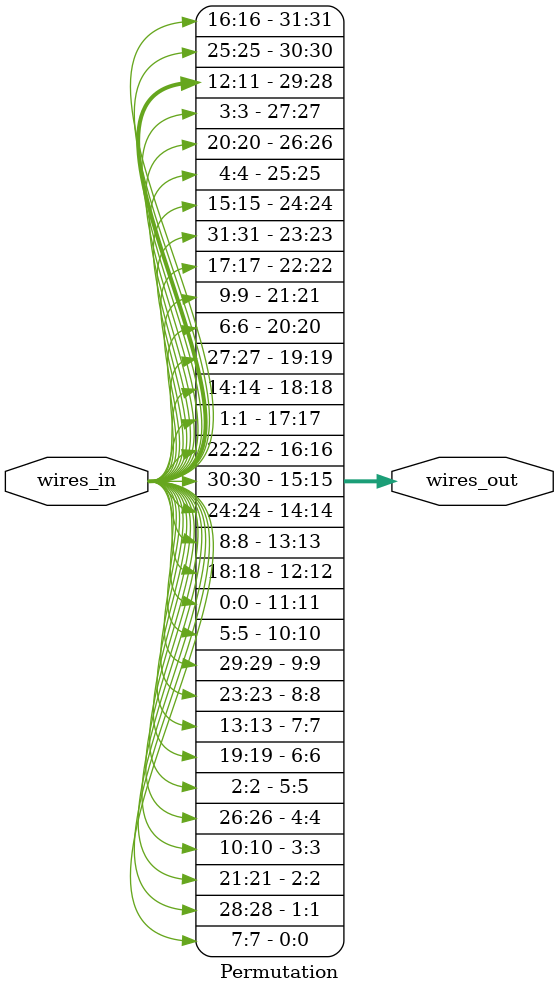
<source format=sv>
/***********************************************************************************************************************
 * 
 * ---------------------------------------------------------------------------------------------------------------------
 * 
 **********************************************************************************************************************/
`include "Definitions.sv"

module Permutation #()(
	input  bit [31:0] wires_in,
	output bit [31:0] wires_out);
	
	always_comb
	begin
		wires_out[31-0]  = wires_in[31-15];
		wires_out[31-1]  = wires_in[31-6];
		wires_out[31-2]  = wires_in[31-19];
		wires_out[31-3]  = wires_in[31-20];
		wires_out[31-4]  = wires_in[31-28];
		wires_out[31-5]  = wires_in[31-11];
		wires_out[31-6]  = wires_in[31-27];
		wires_out[31-7]  = wires_in[31-16];
		
		wires_out[31-8]  = wires_in[31-0];
		wires_out[31-9]  = wires_in[31-14];
		wires_out[31-10] = wires_in[31-22];
		wires_out[31-11] = wires_in[31-25];
		wires_out[31-12] = wires_in[31-4];
		wires_out[31-13] = wires_in[31-17];
		wires_out[31-14] = wires_in[31-30];
		wires_out[31-15] = wires_in[31-9];
		
		wires_out[31-16] = wires_in[31-1];
		wires_out[31-17] = wires_in[31-7];
		wires_out[31-18] = wires_in[31-23];
		wires_out[31-19] = wires_in[31-13];
		wires_out[31-20] = wires_in[31-31];
		wires_out[31-21] = wires_in[31-26];
		wires_out[31-22] = wires_in[31-2];
		wires_out[31-23] = wires_in[31-8];
		
		wires_out[31-24] = wires_in[31-18];
		wires_out[31-25] = wires_in[31-12];
		wires_out[31-26] = wires_in[31-29];
		wires_out[31-27] = wires_in[31-5];
		wires_out[31-28] = wires_in[31-21];
		wires_out[31-29] = wires_in[31-10];
		wires_out[31-30] = wires_in[31-3];
		wires_out[31-31] = wires_in[31-24];
	end
	
endmodule


















</source>
